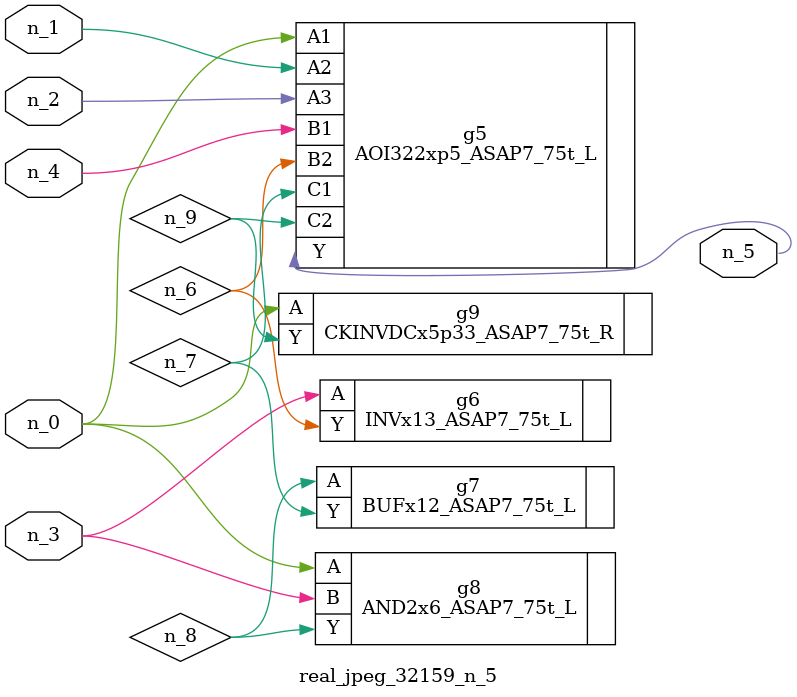
<source format=v>
module real_jpeg_32159_n_5 (n_4, n_0, n_1, n_2, n_3, n_5);

input n_4;
input n_0;
input n_1;
input n_2;
input n_3;

output n_5;

wire n_8;
wire n_6;
wire n_7;
wire n_9;

AOI322xp5_ASAP7_75t_L g5 ( 
.A1(n_0),
.A2(n_1),
.A3(n_2),
.B1(n_4),
.B2(n_6),
.C1(n_7),
.C2(n_9),
.Y(n_5)
);

AND2x6_ASAP7_75t_L g8 ( 
.A(n_0),
.B(n_3),
.Y(n_8)
);

CKINVDCx5p33_ASAP7_75t_R g9 ( 
.A(n_0),
.Y(n_9)
);

INVx13_ASAP7_75t_L g6 ( 
.A(n_3),
.Y(n_6)
);

BUFx12_ASAP7_75t_L g7 ( 
.A(n_8),
.Y(n_7)
);


endmodule
</source>
